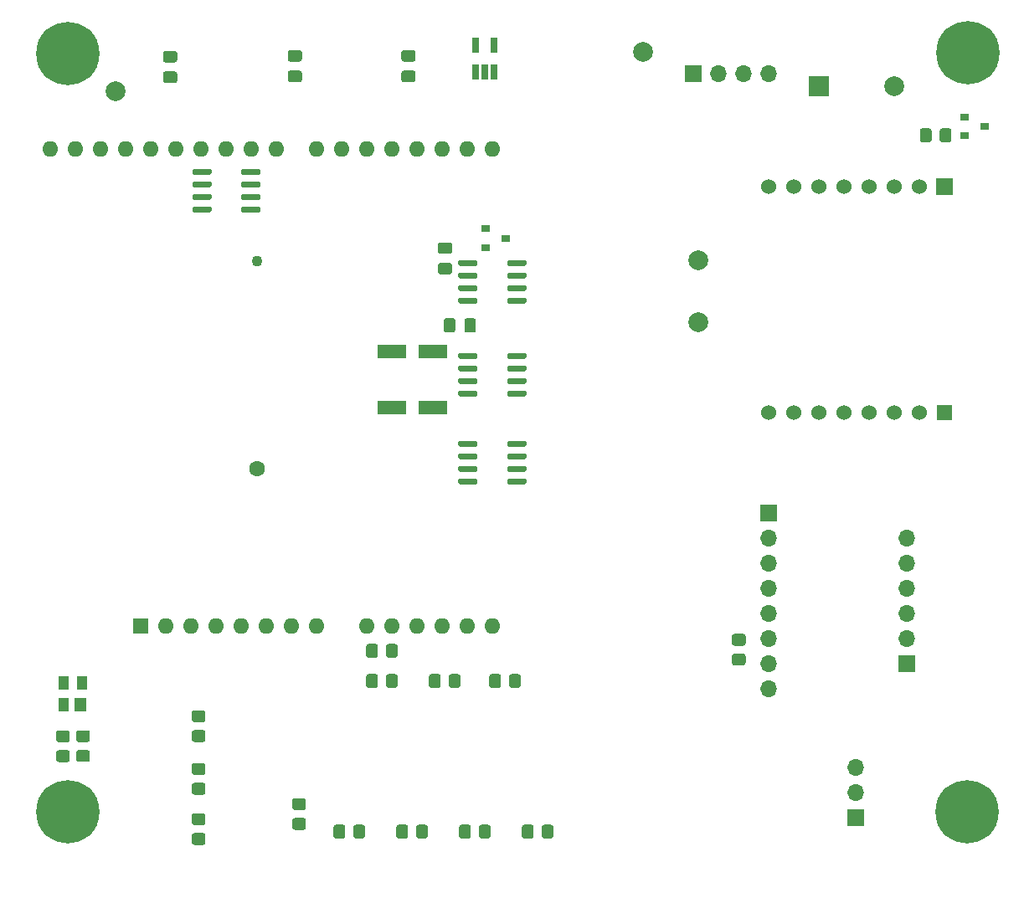
<source format=gbr>
%TF.GenerationSoftware,KiCad,Pcbnew,5.1.12-1.fc34*%
%TF.CreationDate,2021-12-13T19:31:17+01:00*%
%TF.ProjectId,fdrm05-devboard,6664726d-3035-42d6-9465-76626f617264,1*%
%TF.SameCoordinates,Original*%
%TF.FileFunction,Soldermask,Bot*%
%TF.FilePolarity,Negative*%
%FSLAX46Y46*%
G04 Gerber Fmt 4.6, Leading zero omitted, Abs format (unit mm)*
G04 Created by KiCad (PCBNEW 5.1.12-1.fc34) date 2021-12-13 19:31:17*
%MOMM*%
%LPD*%
G01*
G04 APERTURE LIST*
%ADD10R,1.524000X1.524000*%
%ADD11C,1.524000*%
%ADD12R,1.676400X1.676400*%
%ADD13O,1.700000X1.700000*%
%ADD14R,1.700000X1.700000*%
%ADD15O,1.600000X1.600000*%
%ADD16R,1.600000X1.600000*%
%ADD17R,2.850000X1.430000*%
%ADD18R,0.650000X1.560000*%
%ADD19C,2.000000*%
%ADD20C,0.800000*%
%ADD21C,6.400000*%
%ADD22R,0.900000X0.800000*%
%ADD23R,1.000000X1.400000*%
%ADD24R,1.200000X1.400000*%
%ADD25C,1.100000*%
%ADD26C,1.600000*%
%ADD27R,2.000000X2.000000*%
G04 APERTURE END LIST*
D10*
%TO.C,CON1*%
X196850000Y-100330000D03*
D11*
X194310000Y-100330000D03*
X191770000Y-100330000D03*
X189230000Y-100330000D03*
X186690000Y-100330000D03*
X184150000Y-100330000D03*
X181610000Y-100330000D03*
X179070000Y-100330000D03*
X179070000Y-77470000D03*
X181610000Y-77470000D03*
X184150000Y-77470000D03*
X186690000Y-77470000D03*
X189230000Y-77470000D03*
X191770000Y-77470000D03*
X194310000Y-77470000D03*
D12*
X196850000Y-77470000D03*
%TD*%
D13*
%TO.C,J5*%
X179070000Y-66040000D03*
X176530000Y-66040000D03*
X173990000Y-66040000D03*
D14*
X171450000Y-66040000D03*
%TD*%
D15*
%TO.C,A1*%
X148590000Y-73660000D03*
X151130000Y-73660000D03*
X111510000Y-73660000D03*
X151130000Y-121920000D03*
X114050000Y-73660000D03*
X148590000Y-121920000D03*
X116590000Y-73660000D03*
X146050000Y-121920000D03*
X119130000Y-73660000D03*
X143510000Y-121920000D03*
X121670000Y-73660000D03*
X140970000Y-121920000D03*
X124210000Y-73660000D03*
X138430000Y-121920000D03*
X126750000Y-73660000D03*
X133350000Y-121920000D03*
X129290000Y-73660000D03*
X130810000Y-121920000D03*
X133350000Y-73660000D03*
X128270000Y-121920000D03*
X135890000Y-73660000D03*
X125730000Y-121920000D03*
X138430000Y-73660000D03*
X123190000Y-121920000D03*
X140970000Y-73660000D03*
X120650000Y-121920000D03*
X143510000Y-73660000D03*
X118110000Y-121920000D03*
X146050000Y-73660000D03*
D16*
X115570000Y-121920000D03*
D15*
X108970000Y-73660000D03*
X106430000Y-73660000D03*
%TD*%
D17*
%TO.C,Y1*%
X140927000Y-94213000D03*
X140927000Y-99843000D03*
X145077000Y-99843000D03*
X145077000Y-94213000D03*
%TD*%
%TO.C,U5*%
G36*
G01*
X152630000Y-98575000D02*
X152630000Y-98275000D01*
G75*
G02*
X152780000Y-98125000I150000J0D01*
G01*
X154430000Y-98125000D01*
G75*
G02*
X154580000Y-98275000I0J-150000D01*
G01*
X154580000Y-98575000D01*
G75*
G02*
X154430000Y-98725000I-150000J0D01*
G01*
X152780000Y-98725000D01*
G75*
G02*
X152630000Y-98575000I0J150000D01*
G01*
G37*
G36*
G01*
X152630000Y-97305000D02*
X152630000Y-97005000D01*
G75*
G02*
X152780000Y-96855000I150000J0D01*
G01*
X154430000Y-96855000D01*
G75*
G02*
X154580000Y-97005000I0J-150000D01*
G01*
X154580000Y-97305000D01*
G75*
G02*
X154430000Y-97455000I-150000J0D01*
G01*
X152780000Y-97455000D01*
G75*
G02*
X152630000Y-97305000I0J150000D01*
G01*
G37*
G36*
G01*
X152630000Y-96035000D02*
X152630000Y-95735000D01*
G75*
G02*
X152780000Y-95585000I150000J0D01*
G01*
X154430000Y-95585000D01*
G75*
G02*
X154580000Y-95735000I0J-150000D01*
G01*
X154580000Y-96035000D01*
G75*
G02*
X154430000Y-96185000I-150000J0D01*
G01*
X152780000Y-96185000D01*
G75*
G02*
X152630000Y-96035000I0J150000D01*
G01*
G37*
G36*
G01*
X152630000Y-94765000D02*
X152630000Y-94465000D01*
G75*
G02*
X152780000Y-94315000I150000J0D01*
G01*
X154430000Y-94315000D01*
G75*
G02*
X154580000Y-94465000I0J-150000D01*
G01*
X154580000Y-94765000D01*
G75*
G02*
X154430000Y-94915000I-150000J0D01*
G01*
X152780000Y-94915000D01*
G75*
G02*
X152630000Y-94765000I0J150000D01*
G01*
G37*
G36*
G01*
X147680000Y-94765000D02*
X147680000Y-94465000D01*
G75*
G02*
X147830000Y-94315000I150000J0D01*
G01*
X149480000Y-94315000D01*
G75*
G02*
X149630000Y-94465000I0J-150000D01*
G01*
X149630000Y-94765000D01*
G75*
G02*
X149480000Y-94915000I-150000J0D01*
G01*
X147830000Y-94915000D01*
G75*
G02*
X147680000Y-94765000I0J150000D01*
G01*
G37*
G36*
G01*
X147680000Y-96035000D02*
X147680000Y-95735000D01*
G75*
G02*
X147830000Y-95585000I150000J0D01*
G01*
X149480000Y-95585000D01*
G75*
G02*
X149630000Y-95735000I0J-150000D01*
G01*
X149630000Y-96035000D01*
G75*
G02*
X149480000Y-96185000I-150000J0D01*
G01*
X147830000Y-96185000D01*
G75*
G02*
X147680000Y-96035000I0J150000D01*
G01*
G37*
G36*
G01*
X147680000Y-97305000D02*
X147680000Y-97005000D01*
G75*
G02*
X147830000Y-96855000I150000J0D01*
G01*
X149480000Y-96855000D01*
G75*
G02*
X149630000Y-97005000I0J-150000D01*
G01*
X149630000Y-97305000D01*
G75*
G02*
X149480000Y-97455000I-150000J0D01*
G01*
X147830000Y-97455000D01*
G75*
G02*
X147680000Y-97305000I0J150000D01*
G01*
G37*
G36*
G01*
X147680000Y-98575000D02*
X147680000Y-98275000D01*
G75*
G02*
X147830000Y-98125000I150000J0D01*
G01*
X149480000Y-98125000D01*
G75*
G02*
X149630000Y-98275000I0J-150000D01*
G01*
X149630000Y-98575000D01*
G75*
G02*
X149480000Y-98725000I-150000J0D01*
G01*
X147830000Y-98725000D01*
G75*
G02*
X147680000Y-98575000I0J150000D01*
G01*
G37*
%TD*%
D18*
%TO.C,U6*%
X151318000Y-63166000D03*
X149418000Y-63166000D03*
X149418000Y-65866000D03*
X150368000Y-65866000D03*
X151318000Y-65866000D03*
%TD*%
D19*
%TO.C,TP5*%
X171932600Y-84975700D03*
%TD*%
%TO.C,TP4*%
X171932600Y-91198700D03*
%TD*%
%TO.C,TP3*%
X166395400Y-63881000D03*
%TD*%
%TO.C,TP2*%
X113030000Y-67818000D03*
%TD*%
D13*
%TO.C,J3*%
X192989200Y-113030000D03*
X192989200Y-115570000D03*
X192989200Y-118110000D03*
X192989200Y-120650000D03*
X192989200Y-123190000D03*
D14*
X192989200Y-125730000D03*
%TD*%
D20*
%TO.C,H4*%
X109926456Y-139018944D03*
X108229400Y-138316000D03*
X106532344Y-139018944D03*
X105829400Y-140716000D03*
X106532344Y-142413056D03*
X108229400Y-143116000D03*
X109926456Y-142413056D03*
X110629400Y-140716000D03*
D21*
X108229400Y-140716000D03*
%TD*%
D20*
%TO.C,H3*%
X200833356Y-139018944D03*
X199136300Y-138316000D03*
X197439244Y-139018944D03*
X196736300Y-140716000D03*
X197439244Y-142413056D03*
X199136300Y-143116000D03*
X200833356Y-142413056D03*
X201536300Y-140716000D03*
D21*
X199136300Y-140716000D03*
%TD*%
D20*
%TO.C,H2*%
X109901056Y-62310944D03*
X108204000Y-61608000D03*
X106506944Y-62310944D03*
X105804000Y-64008000D03*
X106506944Y-65705056D03*
X108204000Y-66408000D03*
X109901056Y-65705056D03*
X110604000Y-64008000D03*
D21*
X108204000Y-64008000D03*
%TD*%
D20*
%TO.C,H1*%
X200909256Y-62260144D03*
X199212200Y-61557200D03*
X197515144Y-62260144D03*
X196812200Y-63957200D03*
X197515144Y-65654256D03*
X199212200Y-66357200D03*
X200909256Y-65654256D03*
X201612200Y-63957200D03*
D21*
X199212200Y-63957200D03*
%TD*%
%TO.C,U4*%
G36*
G01*
X152630000Y-107465000D02*
X152630000Y-107165000D01*
G75*
G02*
X152780000Y-107015000I150000J0D01*
G01*
X154430000Y-107015000D01*
G75*
G02*
X154580000Y-107165000I0J-150000D01*
G01*
X154580000Y-107465000D01*
G75*
G02*
X154430000Y-107615000I-150000J0D01*
G01*
X152780000Y-107615000D01*
G75*
G02*
X152630000Y-107465000I0J150000D01*
G01*
G37*
G36*
G01*
X152630000Y-106195000D02*
X152630000Y-105895000D01*
G75*
G02*
X152780000Y-105745000I150000J0D01*
G01*
X154430000Y-105745000D01*
G75*
G02*
X154580000Y-105895000I0J-150000D01*
G01*
X154580000Y-106195000D01*
G75*
G02*
X154430000Y-106345000I-150000J0D01*
G01*
X152780000Y-106345000D01*
G75*
G02*
X152630000Y-106195000I0J150000D01*
G01*
G37*
G36*
G01*
X152630000Y-104925000D02*
X152630000Y-104625000D01*
G75*
G02*
X152780000Y-104475000I150000J0D01*
G01*
X154430000Y-104475000D01*
G75*
G02*
X154580000Y-104625000I0J-150000D01*
G01*
X154580000Y-104925000D01*
G75*
G02*
X154430000Y-105075000I-150000J0D01*
G01*
X152780000Y-105075000D01*
G75*
G02*
X152630000Y-104925000I0J150000D01*
G01*
G37*
G36*
G01*
X152630000Y-103655000D02*
X152630000Y-103355000D01*
G75*
G02*
X152780000Y-103205000I150000J0D01*
G01*
X154430000Y-103205000D01*
G75*
G02*
X154580000Y-103355000I0J-150000D01*
G01*
X154580000Y-103655000D01*
G75*
G02*
X154430000Y-103805000I-150000J0D01*
G01*
X152780000Y-103805000D01*
G75*
G02*
X152630000Y-103655000I0J150000D01*
G01*
G37*
G36*
G01*
X147680000Y-103655000D02*
X147680000Y-103355000D01*
G75*
G02*
X147830000Y-103205000I150000J0D01*
G01*
X149480000Y-103205000D01*
G75*
G02*
X149630000Y-103355000I0J-150000D01*
G01*
X149630000Y-103655000D01*
G75*
G02*
X149480000Y-103805000I-150000J0D01*
G01*
X147830000Y-103805000D01*
G75*
G02*
X147680000Y-103655000I0J150000D01*
G01*
G37*
G36*
G01*
X147680000Y-104925000D02*
X147680000Y-104625000D01*
G75*
G02*
X147830000Y-104475000I150000J0D01*
G01*
X149480000Y-104475000D01*
G75*
G02*
X149630000Y-104625000I0J-150000D01*
G01*
X149630000Y-104925000D01*
G75*
G02*
X149480000Y-105075000I-150000J0D01*
G01*
X147830000Y-105075000D01*
G75*
G02*
X147680000Y-104925000I0J150000D01*
G01*
G37*
G36*
G01*
X147680000Y-106195000D02*
X147680000Y-105895000D01*
G75*
G02*
X147830000Y-105745000I150000J0D01*
G01*
X149480000Y-105745000D01*
G75*
G02*
X149630000Y-105895000I0J-150000D01*
G01*
X149630000Y-106195000D01*
G75*
G02*
X149480000Y-106345000I-150000J0D01*
G01*
X147830000Y-106345000D01*
G75*
G02*
X147680000Y-106195000I0J150000D01*
G01*
G37*
G36*
G01*
X147680000Y-107465000D02*
X147680000Y-107165000D01*
G75*
G02*
X147830000Y-107015000I150000J0D01*
G01*
X149480000Y-107015000D01*
G75*
G02*
X149630000Y-107165000I0J-150000D01*
G01*
X149630000Y-107465000D01*
G75*
G02*
X149480000Y-107615000I-150000J0D01*
G01*
X147830000Y-107615000D01*
G75*
G02*
X147680000Y-107465000I0J150000D01*
G01*
G37*
%TD*%
%TO.C,U2*%
G36*
G01*
X152630000Y-89177000D02*
X152630000Y-88877000D01*
G75*
G02*
X152780000Y-88727000I150000J0D01*
G01*
X154430000Y-88727000D01*
G75*
G02*
X154580000Y-88877000I0J-150000D01*
G01*
X154580000Y-89177000D01*
G75*
G02*
X154430000Y-89327000I-150000J0D01*
G01*
X152780000Y-89327000D01*
G75*
G02*
X152630000Y-89177000I0J150000D01*
G01*
G37*
G36*
G01*
X152630000Y-87907000D02*
X152630000Y-87607000D01*
G75*
G02*
X152780000Y-87457000I150000J0D01*
G01*
X154430000Y-87457000D01*
G75*
G02*
X154580000Y-87607000I0J-150000D01*
G01*
X154580000Y-87907000D01*
G75*
G02*
X154430000Y-88057000I-150000J0D01*
G01*
X152780000Y-88057000D01*
G75*
G02*
X152630000Y-87907000I0J150000D01*
G01*
G37*
G36*
G01*
X152630000Y-86637000D02*
X152630000Y-86337000D01*
G75*
G02*
X152780000Y-86187000I150000J0D01*
G01*
X154430000Y-86187000D01*
G75*
G02*
X154580000Y-86337000I0J-150000D01*
G01*
X154580000Y-86637000D01*
G75*
G02*
X154430000Y-86787000I-150000J0D01*
G01*
X152780000Y-86787000D01*
G75*
G02*
X152630000Y-86637000I0J150000D01*
G01*
G37*
G36*
G01*
X152630000Y-85367000D02*
X152630000Y-85067000D01*
G75*
G02*
X152780000Y-84917000I150000J0D01*
G01*
X154430000Y-84917000D01*
G75*
G02*
X154580000Y-85067000I0J-150000D01*
G01*
X154580000Y-85367000D01*
G75*
G02*
X154430000Y-85517000I-150000J0D01*
G01*
X152780000Y-85517000D01*
G75*
G02*
X152630000Y-85367000I0J150000D01*
G01*
G37*
G36*
G01*
X147680000Y-85367000D02*
X147680000Y-85067000D01*
G75*
G02*
X147830000Y-84917000I150000J0D01*
G01*
X149480000Y-84917000D01*
G75*
G02*
X149630000Y-85067000I0J-150000D01*
G01*
X149630000Y-85367000D01*
G75*
G02*
X149480000Y-85517000I-150000J0D01*
G01*
X147830000Y-85517000D01*
G75*
G02*
X147680000Y-85367000I0J150000D01*
G01*
G37*
G36*
G01*
X147680000Y-86637000D02*
X147680000Y-86337000D01*
G75*
G02*
X147830000Y-86187000I150000J0D01*
G01*
X149480000Y-86187000D01*
G75*
G02*
X149630000Y-86337000I0J-150000D01*
G01*
X149630000Y-86637000D01*
G75*
G02*
X149480000Y-86787000I-150000J0D01*
G01*
X147830000Y-86787000D01*
G75*
G02*
X147680000Y-86637000I0J150000D01*
G01*
G37*
G36*
G01*
X147680000Y-87907000D02*
X147680000Y-87607000D01*
G75*
G02*
X147830000Y-87457000I150000J0D01*
G01*
X149480000Y-87457000D01*
G75*
G02*
X149630000Y-87607000I0J-150000D01*
G01*
X149630000Y-87907000D01*
G75*
G02*
X149480000Y-88057000I-150000J0D01*
G01*
X147830000Y-88057000D01*
G75*
G02*
X147680000Y-87907000I0J150000D01*
G01*
G37*
G36*
G01*
X147680000Y-89177000D02*
X147680000Y-88877000D01*
G75*
G02*
X147830000Y-88727000I150000J0D01*
G01*
X149480000Y-88727000D01*
G75*
G02*
X149630000Y-88877000I0J-150000D01*
G01*
X149630000Y-89177000D01*
G75*
G02*
X149480000Y-89327000I-150000J0D01*
G01*
X147830000Y-89327000D01*
G75*
G02*
X147680000Y-89177000I0J150000D01*
G01*
G37*
%TD*%
%TO.C,U1*%
G36*
G01*
X122718700Y-75846800D02*
X122718700Y-76146800D01*
G75*
G02*
X122568700Y-76296800I-150000J0D01*
G01*
X120918700Y-76296800D01*
G75*
G02*
X120768700Y-76146800I0J150000D01*
G01*
X120768700Y-75846800D01*
G75*
G02*
X120918700Y-75696800I150000J0D01*
G01*
X122568700Y-75696800D01*
G75*
G02*
X122718700Y-75846800I0J-150000D01*
G01*
G37*
G36*
G01*
X122718700Y-77116800D02*
X122718700Y-77416800D01*
G75*
G02*
X122568700Y-77566800I-150000J0D01*
G01*
X120918700Y-77566800D01*
G75*
G02*
X120768700Y-77416800I0J150000D01*
G01*
X120768700Y-77116800D01*
G75*
G02*
X120918700Y-76966800I150000J0D01*
G01*
X122568700Y-76966800D01*
G75*
G02*
X122718700Y-77116800I0J-150000D01*
G01*
G37*
G36*
G01*
X122718700Y-78386800D02*
X122718700Y-78686800D01*
G75*
G02*
X122568700Y-78836800I-150000J0D01*
G01*
X120918700Y-78836800D01*
G75*
G02*
X120768700Y-78686800I0J150000D01*
G01*
X120768700Y-78386800D01*
G75*
G02*
X120918700Y-78236800I150000J0D01*
G01*
X122568700Y-78236800D01*
G75*
G02*
X122718700Y-78386800I0J-150000D01*
G01*
G37*
G36*
G01*
X122718700Y-79656800D02*
X122718700Y-79956800D01*
G75*
G02*
X122568700Y-80106800I-150000J0D01*
G01*
X120918700Y-80106800D01*
G75*
G02*
X120768700Y-79956800I0J150000D01*
G01*
X120768700Y-79656800D01*
G75*
G02*
X120918700Y-79506800I150000J0D01*
G01*
X122568700Y-79506800D01*
G75*
G02*
X122718700Y-79656800I0J-150000D01*
G01*
G37*
G36*
G01*
X127668700Y-79656800D02*
X127668700Y-79956800D01*
G75*
G02*
X127518700Y-80106800I-150000J0D01*
G01*
X125868700Y-80106800D01*
G75*
G02*
X125718700Y-79956800I0J150000D01*
G01*
X125718700Y-79656800D01*
G75*
G02*
X125868700Y-79506800I150000J0D01*
G01*
X127518700Y-79506800D01*
G75*
G02*
X127668700Y-79656800I0J-150000D01*
G01*
G37*
G36*
G01*
X127668700Y-78386800D02*
X127668700Y-78686800D01*
G75*
G02*
X127518700Y-78836800I-150000J0D01*
G01*
X125868700Y-78836800D01*
G75*
G02*
X125718700Y-78686800I0J150000D01*
G01*
X125718700Y-78386800D01*
G75*
G02*
X125868700Y-78236800I150000J0D01*
G01*
X127518700Y-78236800D01*
G75*
G02*
X127668700Y-78386800I0J-150000D01*
G01*
G37*
G36*
G01*
X127668700Y-77116800D02*
X127668700Y-77416800D01*
G75*
G02*
X127518700Y-77566800I-150000J0D01*
G01*
X125868700Y-77566800D01*
G75*
G02*
X125718700Y-77416800I0J150000D01*
G01*
X125718700Y-77116800D01*
G75*
G02*
X125868700Y-76966800I150000J0D01*
G01*
X127518700Y-76966800D01*
G75*
G02*
X127668700Y-77116800I0J-150000D01*
G01*
G37*
G36*
G01*
X127668700Y-75846800D02*
X127668700Y-76146800D01*
G75*
G02*
X127518700Y-76296800I-150000J0D01*
G01*
X125868700Y-76296800D01*
G75*
G02*
X125718700Y-76146800I0J150000D01*
G01*
X125718700Y-75846800D01*
G75*
G02*
X125868700Y-75696800I150000J0D01*
G01*
X127518700Y-75696800D01*
G75*
G02*
X127668700Y-75846800I0J-150000D01*
G01*
G37*
%TD*%
%TO.C,R18*%
G36*
G01*
X176484701Y-123933000D02*
X175584699Y-123933000D01*
G75*
G02*
X175334700Y-123683001I0J249999D01*
G01*
X175334700Y-122982999D01*
G75*
G02*
X175584699Y-122733000I249999J0D01*
G01*
X176484701Y-122733000D01*
G75*
G02*
X176734700Y-122982999I0J-249999D01*
G01*
X176734700Y-123683001D01*
G75*
G02*
X176484701Y-123933000I-249999J0D01*
G01*
G37*
G36*
G01*
X176484701Y-125933000D02*
X175584699Y-125933000D01*
G75*
G02*
X175334700Y-125683001I0J249999D01*
G01*
X175334700Y-124982999D01*
G75*
G02*
X175584699Y-124733000I249999J0D01*
G01*
X176484701Y-124733000D01*
G75*
G02*
X176734700Y-124982999I0J-249999D01*
G01*
X176734700Y-125683001D01*
G75*
G02*
X176484701Y-125933000I-249999J0D01*
G01*
G37*
%TD*%
%TO.C,R15*%
G36*
G01*
X195548300Y-71851099D02*
X195548300Y-72751101D01*
G75*
G02*
X195298301Y-73001100I-249999J0D01*
G01*
X194598299Y-73001100D01*
G75*
G02*
X194348300Y-72751101I0J249999D01*
G01*
X194348300Y-71851099D01*
G75*
G02*
X194598299Y-71601100I249999J0D01*
G01*
X195298301Y-71601100D01*
G75*
G02*
X195548300Y-71851099I0J-249999D01*
G01*
G37*
G36*
G01*
X197548300Y-71851099D02*
X197548300Y-72751101D01*
G75*
G02*
X197298301Y-73001100I-249999J0D01*
G01*
X196598299Y-73001100D01*
G75*
G02*
X196348300Y-72751101I0J249999D01*
G01*
X196348300Y-71851099D01*
G75*
G02*
X196598299Y-71601100I249999J0D01*
G01*
X197298301Y-71601100D01*
G75*
G02*
X197548300Y-71851099I0J-249999D01*
G01*
G37*
%TD*%
%TO.C,R14*%
G36*
G01*
X139554000Y-124009999D02*
X139554000Y-124910001D01*
G75*
G02*
X139304001Y-125160000I-249999J0D01*
G01*
X138603999Y-125160000D01*
G75*
G02*
X138354000Y-124910001I0J249999D01*
G01*
X138354000Y-124009999D01*
G75*
G02*
X138603999Y-123760000I249999J0D01*
G01*
X139304001Y-123760000D01*
G75*
G02*
X139554000Y-124009999I0J-249999D01*
G01*
G37*
G36*
G01*
X141554000Y-124009999D02*
X141554000Y-124910001D01*
G75*
G02*
X141304001Y-125160000I-249999J0D01*
G01*
X140603999Y-125160000D01*
G75*
G02*
X140354000Y-124910001I0J249999D01*
G01*
X140354000Y-124009999D01*
G75*
G02*
X140603999Y-123760000I249999J0D01*
G01*
X141304001Y-123760000D01*
G75*
G02*
X141554000Y-124009999I0J-249999D01*
G01*
G37*
%TD*%
%TO.C,R13*%
G36*
G01*
X155302000Y-142297999D02*
X155302000Y-143198001D01*
G75*
G02*
X155052001Y-143448000I-249999J0D01*
G01*
X154351999Y-143448000D01*
G75*
G02*
X154102000Y-143198001I0J249999D01*
G01*
X154102000Y-142297999D01*
G75*
G02*
X154351999Y-142048000I249999J0D01*
G01*
X155052001Y-142048000D01*
G75*
G02*
X155302000Y-142297999I0J-249999D01*
G01*
G37*
G36*
G01*
X157302000Y-142297999D02*
X157302000Y-143198001D01*
G75*
G02*
X157052001Y-143448000I-249999J0D01*
G01*
X156351999Y-143448000D01*
G75*
G02*
X156102000Y-143198001I0J249999D01*
G01*
X156102000Y-142297999D01*
G75*
G02*
X156351999Y-142048000I249999J0D01*
G01*
X157052001Y-142048000D01*
G75*
G02*
X157302000Y-142297999I0J-249999D01*
G01*
G37*
%TD*%
%TO.C,R12*%
G36*
G01*
X148952000Y-142297999D02*
X148952000Y-143198001D01*
G75*
G02*
X148702001Y-143448000I-249999J0D01*
G01*
X148001999Y-143448000D01*
G75*
G02*
X147752000Y-143198001I0J249999D01*
G01*
X147752000Y-142297999D01*
G75*
G02*
X148001999Y-142048000I249999J0D01*
G01*
X148702001Y-142048000D01*
G75*
G02*
X148952000Y-142297999I0J-249999D01*
G01*
G37*
G36*
G01*
X150952000Y-142297999D02*
X150952000Y-143198001D01*
G75*
G02*
X150702001Y-143448000I-249999J0D01*
G01*
X150001999Y-143448000D01*
G75*
G02*
X149752000Y-143198001I0J249999D01*
G01*
X149752000Y-142297999D01*
G75*
G02*
X150001999Y-142048000I249999J0D01*
G01*
X150702001Y-142048000D01*
G75*
G02*
X150952000Y-142297999I0J-249999D01*
G01*
G37*
%TD*%
%TO.C,R11*%
G36*
G01*
X142602000Y-142297999D02*
X142602000Y-143198001D01*
G75*
G02*
X142352001Y-143448000I-249999J0D01*
G01*
X141651999Y-143448000D01*
G75*
G02*
X141402000Y-143198001I0J249999D01*
G01*
X141402000Y-142297999D01*
G75*
G02*
X141651999Y-142048000I249999J0D01*
G01*
X142352001Y-142048000D01*
G75*
G02*
X142602000Y-142297999I0J-249999D01*
G01*
G37*
G36*
G01*
X144602000Y-142297999D02*
X144602000Y-143198001D01*
G75*
G02*
X144352001Y-143448000I-249999J0D01*
G01*
X143651999Y-143448000D01*
G75*
G02*
X143402000Y-143198001I0J249999D01*
G01*
X143402000Y-142297999D01*
G75*
G02*
X143651999Y-142048000I249999J0D01*
G01*
X144352001Y-142048000D01*
G75*
G02*
X144602000Y-142297999I0J-249999D01*
G01*
G37*
%TD*%
%TO.C,R10*%
G36*
G01*
X136252000Y-142297999D02*
X136252000Y-143198001D01*
G75*
G02*
X136002001Y-143448000I-249999J0D01*
G01*
X135301999Y-143448000D01*
G75*
G02*
X135052000Y-143198001I0J249999D01*
G01*
X135052000Y-142297999D01*
G75*
G02*
X135301999Y-142048000I249999J0D01*
G01*
X136002001Y-142048000D01*
G75*
G02*
X136252000Y-142297999I0J-249999D01*
G01*
G37*
G36*
G01*
X138252000Y-142297999D02*
X138252000Y-143198001D01*
G75*
G02*
X138002001Y-143448000I-249999J0D01*
G01*
X137301999Y-143448000D01*
G75*
G02*
X137052000Y-143198001I0J249999D01*
G01*
X137052000Y-142297999D01*
G75*
G02*
X137301999Y-142048000I249999J0D01*
G01*
X138002001Y-142048000D01*
G75*
G02*
X138252000Y-142297999I0J-249999D01*
G01*
G37*
%TD*%
%TO.C,R9*%
G36*
G01*
X132022001Y-140570000D02*
X131121999Y-140570000D01*
G75*
G02*
X130872000Y-140320001I0J249999D01*
G01*
X130872000Y-139619999D01*
G75*
G02*
X131121999Y-139370000I249999J0D01*
G01*
X132022001Y-139370000D01*
G75*
G02*
X132272000Y-139619999I0J-249999D01*
G01*
X132272000Y-140320001D01*
G75*
G02*
X132022001Y-140570000I-249999J0D01*
G01*
G37*
G36*
G01*
X132022001Y-142570000D02*
X131121999Y-142570000D01*
G75*
G02*
X130872000Y-142320001I0J249999D01*
G01*
X130872000Y-141619999D01*
G75*
G02*
X131121999Y-141370000I249999J0D01*
G01*
X132022001Y-141370000D01*
G75*
G02*
X132272000Y-141619999I0J-249999D01*
G01*
X132272000Y-142320001D01*
G75*
G02*
X132022001Y-142570000I-249999J0D01*
G01*
G37*
%TD*%
%TO.C,R8*%
G36*
G01*
X152000000Y-127057999D02*
X152000000Y-127958001D01*
G75*
G02*
X151750001Y-128208000I-249999J0D01*
G01*
X151049999Y-128208000D01*
G75*
G02*
X150800000Y-127958001I0J249999D01*
G01*
X150800000Y-127057999D01*
G75*
G02*
X151049999Y-126808000I249999J0D01*
G01*
X151750001Y-126808000D01*
G75*
G02*
X152000000Y-127057999I0J-249999D01*
G01*
G37*
G36*
G01*
X154000000Y-127057999D02*
X154000000Y-127958001D01*
G75*
G02*
X153750001Y-128208000I-249999J0D01*
G01*
X153049999Y-128208000D01*
G75*
G02*
X152800000Y-127958001I0J249999D01*
G01*
X152800000Y-127057999D01*
G75*
G02*
X153049999Y-126808000I249999J0D01*
G01*
X153750001Y-126808000D01*
G75*
G02*
X154000000Y-127057999I0J-249999D01*
G01*
G37*
%TD*%
%TO.C,R7*%
G36*
G01*
X145904000Y-127057999D02*
X145904000Y-127958001D01*
G75*
G02*
X145654001Y-128208000I-249999J0D01*
G01*
X144953999Y-128208000D01*
G75*
G02*
X144704000Y-127958001I0J249999D01*
G01*
X144704000Y-127057999D01*
G75*
G02*
X144953999Y-126808000I249999J0D01*
G01*
X145654001Y-126808000D01*
G75*
G02*
X145904000Y-127057999I0J-249999D01*
G01*
G37*
G36*
G01*
X147904000Y-127057999D02*
X147904000Y-127958001D01*
G75*
G02*
X147654001Y-128208000I-249999J0D01*
G01*
X146953999Y-128208000D01*
G75*
G02*
X146704000Y-127958001I0J249999D01*
G01*
X146704000Y-127057999D01*
G75*
G02*
X146953999Y-126808000I249999J0D01*
G01*
X147654001Y-126808000D01*
G75*
G02*
X147904000Y-127057999I0J-249999D01*
G01*
G37*
%TD*%
%TO.C,R6*%
G36*
G01*
X139554000Y-127057999D02*
X139554000Y-127958001D01*
G75*
G02*
X139304001Y-128208000I-249999J0D01*
G01*
X138603999Y-128208000D01*
G75*
G02*
X138354000Y-127958001I0J249999D01*
G01*
X138354000Y-127057999D01*
G75*
G02*
X138603999Y-126808000I249999J0D01*
G01*
X139304001Y-126808000D01*
G75*
G02*
X139554000Y-127057999I0J-249999D01*
G01*
G37*
G36*
G01*
X141554000Y-127057999D02*
X141554000Y-127958001D01*
G75*
G02*
X141304001Y-128208000I-249999J0D01*
G01*
X140603999Y-128208000D01*
G75*
G02*
X140354000Y-127958001I0J249999D01*
G01*
X140354000Y-127057999D01*
G75*
G02*
X140603999Y-126808000I249999J0D01*
G01*
X141304001Y-126808000D01*
G75*
G02*
X141554000Y-127057999I0J-249999D01*
G01*
G37*
%TD*%
%TO.C,R5*%
G36*
G01*
X110178001Y-133696000D02*
X109277999Y-133696000D01*
G75*
G02*
X109028000Y-133446001I0J249999D01*
G01*
X109028000Y-132745999D01*
G75*
G02*
X109277999Y-132496000I249999J0D01*
G01*
X110178001Y-132496000D01*
G75*
G02*
X110428000Y-132745999I0J-249999D01*
G01*
X110428000Y-133446001D01*
G75*
G02*
X110178001Y-133696000I-249999J0D01*
G01*
G37*
G36*
G01*
X110178001Y-135696000D02*
X109277999Y-135696000D01*
G75*
G02*
X109028000Y-135446001I0J249999D01*
G01*
X109028000Y-134745999D01*
G75*
G02*
X109277999Y-134496000I249999J0D01*
G01*
X110178001Y-134496000D01*
G75*
G02*
X110428000Y-134745999I0J-249999D01*
G01*
X110428000Y-135446001D01*
G75*
G02*
X110178001Y-135696000I-249999J0D01*
G01*
G37*
%TD*%
%TO.C,R4*%
G36*
G01*
X107245999Y-134512000D02*
X108146001Y-134512000D01*
G75*
G02*
X108396000Y-134761999I0J-249999D01*
G01*
X108396000Y-135462001D01*
G75*
G02*
X108146001Y-135712000I-249999J0D01*
G01*
X107245999Y-135712000D01*
G75*
G02*
X106996000Y-135462001I0J249999D01*
G01*
X106996000Y-134761999D01*
G75*
G02*
X107245999Y-134512000I249999J0D01*
G01*
G37*
G36*
G01*
X107245999Y-132512000D02*
X108146001Y-132512000D01*
G75*
G02*
X108396000Y-132761999I0J-249999D01*
G01*
X108396000Y-133462001D01*
G75*
G02*
X108146001Y-133712000I-249999J0D01*
G01*
X107245999Y-133712000D01*
G75*
G02*
X106996000Y-133462001I0J249999D01*
G01*
X106996000Y-132761999D01*
G75*
G02*
X107245999Y-132512000I249999J0D01*
G01*
G37*
%TD*%
%TO.C,R3*%
G36*
G01*
X121862001Y-142094000D02*
X120961999Y-142094000D01*
G75*
G02*
X120712000Y-141844001I0J249999D01*
G01*
X120712000Y-141143999D01*
G75*
G02*
X120961999Y-140894000I249999J0D01*
G01*
X121862001Y-140894000D01*
G75*
G02*
X122112000Y-141143999I0J-249999D01*
G01*
X122112000Y-141844001D01*
G75*
G02*
X121862001Y-142094000I-249999J0D01*
G01*
G37*
G36*
G01*
X121862001Y-144094000D02*
X120961999Y-144094000D01*
G75*
G02*
X120712000Y-143844001I0J249999D01*
G01*
X120712000Y-143143999D01*
G75*
G02*
X120961999Y-142894000I249999J0D01*
G01*
X121862001Y-142894000D01*
G75*
G02*
X122112000Y-143143999I0J-249999D01*
G01*
X122112000Y-143844001D01*
G75*
G02*
X121862001Y-144094000I-249999J0D01*
G01*
G37*
%TD*%
%TO.C,R2*%
G36*
G01*
X121862001Y-137014000D02*
X120961999Y-137014000D01*
G75*
G02*
X120712000Y-136764001I0J249999D01*
G01*
X120712000Y-136063999D01*
G75*
G02*
X120961999Y-135814000I249999J0D01*
G01*
X121862001Y-135814000D01*
G75*
G02*
X122112000Y-136063999I0J-249999D01*
G01*
X122112000Y-136764001D01*
G75*
G02*
X121862001Y-137014000I-249999J0D01*
G01*
G37*
G36*
G01*
X121862001Y-139014000D02*
X120961999Y-139014000D01*
G75*
G02*
X120712000Y-138764001I0J249999D01*
G01*
X120712000Y-138063999D01*
G75*
G02*
X120961999Y-137814000I249999J0D01*
G01*
X121862001Y-137814000D01*
G75*
G02*
X122112000Y-138063999I0J-249999D01*
G01*
X122112000Y-138764001D01*
G75*
G02*
X121862001Y-139014000I-249999J0D01*
G01*
G37*
%TD*%
%TO.C,R1*%
G36*
G01*
X121862001Y-131680000D02*
X120961999Y-131680000D01*
G75*
G02*
X120712000Y-131430001I0J249999D01*
G01*
X120712000Y-130729999D01*
G75*
G02*
X120961999Y-130480000I249999J0D01*
G01*
X121862001Y-130480000D01*
G75*
G02*
X122112000Y-130729999I0J-249999D01*
G01*
X122112000Y-131430001D01*
G75*
G02*
X121862001Y-131680000I-249999J0D01*
G01*
G37*
G36*
G01*
X121862001Y-133680000D02*
X120961999Y-133680000D01*
G75*
G02*
X120712000Y-133430001I0J249999D01*
G01*
X120712000Y-132729999D01*
G75*
G02*
X120961999Y-132480000I249999J0D01*
G01*
X121862001Y-132480000D01*
G75*
G02*
X122112000Y-132729999I0J-249999D01*
G01*
X122112000Y-133430001D01*
G75*
G02*
X121862001Y-133680000I-249999J0D01*
G01*
G37*
%TD*%
D22*
%TO.C,Q2*%
X200898000Y-71374000D03*
X198898000Y-70424000D03*
X198898000Y-72324000D03*
%TD*%
D23*
%TO.C,Q1*%
X109662000Y-127678000D03*
X107762000Y-127678000D03*
X107762000Y-129878000D03*
D24*
X109482000Y-129878000D03*
%TD*%
D13*
%TO.C,LCD1*%
X179070000Y-128270000D03*
X179070000Y-125730000D03*
X179070000Y-123190000D03*
X179070000Y-120650000D03*
X179070000Y-118110000D03*
X179070000Y-115570000D03*
X179070000Y-113030000D03*
D14*
X179070000Y-110490000D03*
%TD*%
D13*
%TO.C,J4*%
X187858400Y-136220200D03*
X187858400Y-138760200D03*
D14*
X187858400Y-141300200D03*
%TD*%
D25*
%TO.C,J1*%
X127285000Y-85020000D03*
D26*
X127285000Y-106020000D03*
%TD*%
D22*
%TO.C,D4*%
X152460200Y-82715100D03*
X150460200Y-81765100D03*
X150460200Y-83665100D03*
%TD*%
%TO.C,C5*%
G36*
G01*
X118054100Y-65842300D02*
X119004100Y-65842300D01*
G75*
G02*
X119254100Y-66092300I0J-250000D01*
G01*
X119254100Y-66767300D01*
G75*
G02*
X119004100Y-67017300I-250000J0D01*
G01*
X118054100Y-67017300D01*
G75*
G02*
X117804100Y-66767300I0J250000D01*
G01*
X117804100Y-66092300D01*
G75*
G02*
X118054100Y-65842300I250000J0D01*
G01*
G37*
G36*
G01*
X118054100Y-63767300D02*
X119004100Y-63767300D01*
G75*
G02*
X119254100Y-64017300I0J-250000D01*
G01*
X119254100Y-64692300D01*
G75*
G02*
X119004100Y-64942300I-250000J0D01*
G01*
X118054100Y-64942300D01*
G75*
G02*
X117804100Y-64692300I0J250000D01*
G01*
X117804100Y-64017300D01*
G75*
G02*
X118054100Y-63767300I250000J0D01*
G01*
G37*
%TD*%
%TO.C,C4*%
G36*
G01*
X130677900Y-65753400D02*
X131627900Y-65753400D01*
G75*
G02*
X131877900Y-66003400I0J-250000D01*
G01*
X131877900Y-66678400D01*
G75*
G02*
X131627900Y-66928400I-250000J0D01*
G01*
X130677900Y-66928400D01*
G75*
G02*
X130427900Y-66678400I0J250000D01*
G01*
X130427900Y-66003400D01*
G75*
G02*
X130677900Y-65753400I250000J0D01*
G01*
G37*
G36*
G01*
X130677900Y-63678400D02*
X131627900Y-63678400D01*
G75*
G02*
X131877900Y-63928400I0J-250000D01*
G01*
X131877900Y-64603400D01*
G75*
G02*
X131627900Y-64853400I-250000J0D01*
G01*
X130677900Y-64853400D01*
G75*
G02*
X130427900Y-64603400I0J250000D01*
G01*
X130427900Y-63928400D01*
G75*
G02*
X130677900Y-63678400I250000J0D01*
G01*
G37*
%TD*%
%TO.C,C3*%
G36*
G01*
X142158700Y-65753400D02*
X143108700Y-65753400D01*
G75*
G02*
X143358700Y-66003400I0J-250000D01*
G01*
X143358700Y-66678400D01*
G75*
G02*
X143108700Y-66928400I-250000J0D01*
G01*
X142158700Y-66928400D01*
G75*
G02*
X141908700Y-66678400I0J250000D01*
G01*
X141908700Y-66003400D01*
G75*
G02*
X142158700Y-65753400I250000J0D01*
G01*
G37*
G36*
G01*
X142158700Y-63678400D02*
X143108700Y-63678400D01*
G75*
G02*
X143358700Y-63928400I0J-250000D01*
G01*
X143358700Y-64603400D01*
G75*
G02*
X143108700Y-64853400I-250000J0D01*
G01*
X142158700Y-64853400D01*
G75*
G02*
X141908700Y-64603400I0J250000D01*
G01*
X141908700Y-63928400D01*
G75*
G02*
X142158700Y-63678400I250000J0D01*
G01*
G37*
%TD*%
%TO.C,C2*%
G36*
G01*
X145854400Y-85197100D02*
X146804400Y-85197100D01*
G75*
G02*
X147054400Y-85447100I0J-250000D01*
G01*
X147054400Y-86122100D01*
G75*
G02*
X146804400Y-86372100I-250000J0D01*
G01*
X145854400Y-86372100D01*
G75*
G02*
X145604400Y-86122100I0J250000D01*
G01*
X145604400Y-85447100D01*
G75*
G02*
X145854400Y-85197100I250000J0D01*
G01*
G37*
G36*
G01*
X145854400Y-83122100D02*
X146804400Y-83122100D01*
G75*
G02*
X147054400Y-83372100I0J-250000D01*
G01*
X147054400Y-84047100D01*
G75*
G02*
X146804400Y-84297100I-250000J0D01*
G01*
X145854400Y-84297100D01*
G75*
G02*
X145604400Y-84047100I0J250000D01*
G01*
X145604400Y-83372100D01*
G75*
G02*
X145854400Y-83122100I250000J0D01*
G01*
G37*
%TD*%
%TO.C,C1*%
G36*
G01*
X147378000Y-91053900D02*
X147378000Y-92003900D01*
G75*
G02*
X147128000Y-92253900I-250000J0D01*
G01*
X146453000Y-92253900D01*
G75*
G02*
X146203000Y-92003900I0J250000D01*
G01*
X146203000Y-91053900D01*
G75*
G02*
X146453000Y-90803900I250000J0D01*
G01*
X147128000Y-90803900D01*
G75*
G02*
X147378000Y-91053900I0J-250000D01*
G01*
G37*
G36*
G01*
X149453000Y-91053900D02*
X149453000Y-92003900D01*
G75*
G02*
X149203000Y-92253900I-250000J0D01*
G01*
X148528000Y-92253900D01*
G75*
G02*
X148278000Y-92003900I0J250000D01*
G01*
X148278000Y-91053900D01*
G75*
G02*
X148528000Y-90803900I250000J0D01*
G01*
X149203000Y-90803900D01*
G75*
G02*
X149453000Y-91053900I0J-250000D01*
G01*
G37*
%TD*%
D19*
%TO.C,BZ1*%
X191750000Y-67310000D03*
D27*
X184150000Y-67310000D03*
%TD*%
M02*

</source>
